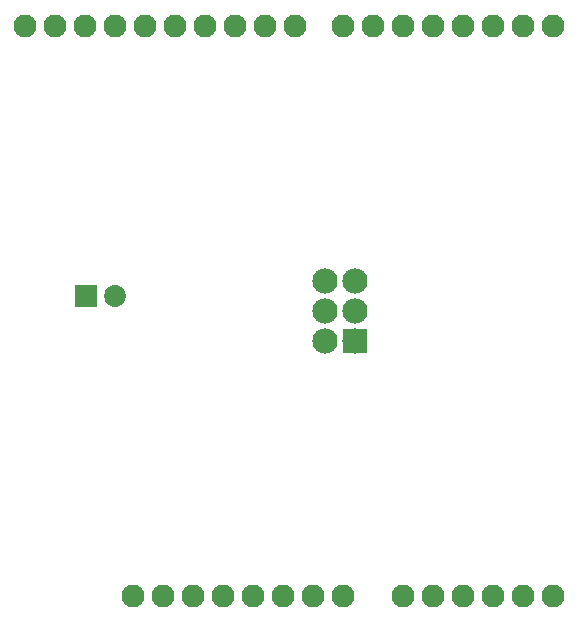
<source format=gbs>
G04 MADE WITH FRITZING*
G04 WWW.FRITZING.ORG*
G04 DOUBLE SIDED*
G04 HOLES PLATED*
G04 CONTOUR ON CENTER OF CONTOUR VECTOR*
%ASAXBY*%
%FSLAX23Y23*%
%MOIN*%
%OFA0B0*%
%SFA1.0B1.0*%
%ADD10C,0.072992*%
%ADD11C,0.084000*%
%ADD12C,0.076194*%
%ADD13C,0.076222*%
%ADD14R,0.072992X0.072992*%
%ADD15R,0.084000X0.084000*%
%LNMASK0*%
G90*
G70*
G54D10*
X948Y1107D03*
X1046Y1107D03*
G54D11*
X1746Y957D03*
X1746Y1057D03*
X1746Y1157D03*
X1846Y957D03*
X1846Y1057D03*
X1846Y1157D03*
G54D12*
X2106Y107D03*
X2206Y107D03*
X2306Y107D03*
X2406Y107D03*
X2506Y107D03*
G54D13*
X1646Y2007D03*
X1546Y2007D03*
X1446Y2007D03*
X1346Y2007D03*
X1246Y2007D03*
X1146Y2007D03*
X1046Y2007D03*
X946Y2007D03*
X846Y2007D03*
X746Y2007D03*
X2506Y2007D03*
X2406Y2007D03*
X2306Y2007D03*
X2206Y2007D03*
X2106Y2007D03*
X2006Y2007D03*
X1906Y2007D03*
X1806Y2007D03*
G54D12*
X1206Y107D03*
X1106Y107D03*
X1306Y107D03*
X1406Y107D03*
X1506Y107D03*
X1606Y107D03*
X1706Y107D03*
X1806Y107D03*
X2006Y107D03*
G54D14*
X948Y1107D03*
G54D15*
X1846Y957D03*
G04 End of Mask0*
M02*
</source>
